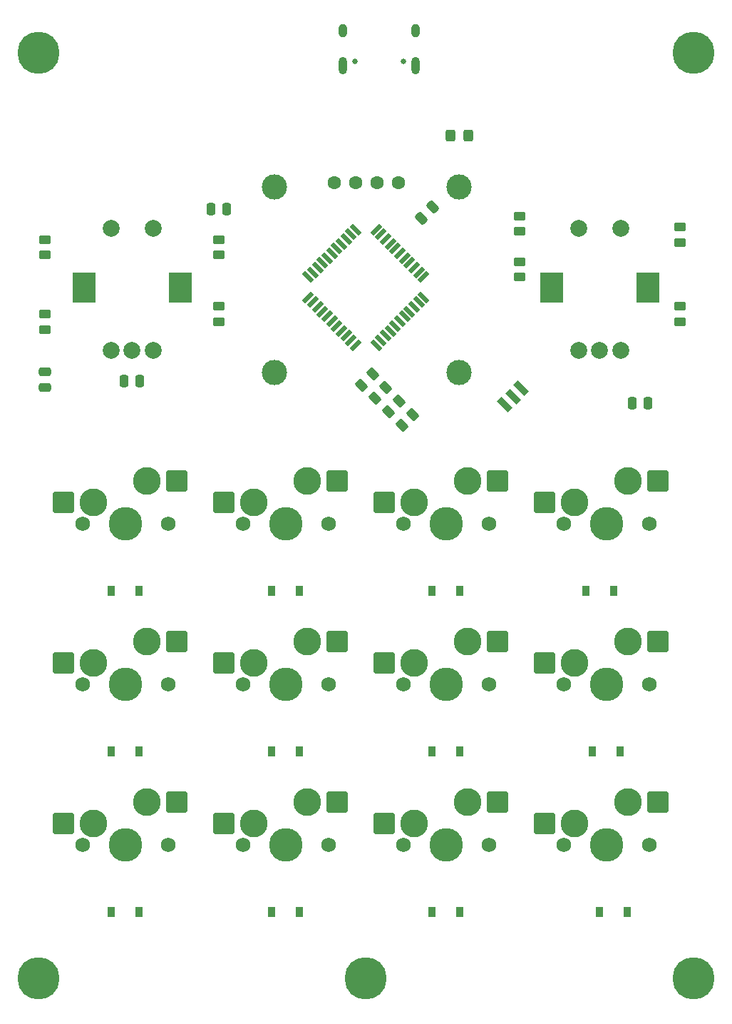
<source format=gbr>
%TF.GenerationSoftware,KiCad,Pcbnew,(6.0.9)*%
%TF.CreationDate,2022-12-04T20:55:25-04:00*%
%TF.ProjectId,pika-board,70696b61-2d62-46f6-9172-642e6b696361,rev?*%
%TF.SameCoordinates,Original*%
%TF.FileFunction,Soldermask,Bot*%
%TF.FilePolarity,Negative*%
%FSLAX46Y46*%
G04 Gerber Fmt 4.6, Leading zero omitted, Abs format (unit mm)*
G04 Created by KiCad (PCBNEW (6.0.9)) date 2022-12-04 20:55:25*
%MOMM*%
%LPD*%
G01*
G04 APERTURE LIST*
G04 Aperture macros list*
%AMRoundRect*
0 Rectangle with rounded corners*
0 $1 Rounding radius*
0 $2 $3 $4 $5 $6 $7 $8 $9 X,Y pos of 4 corners*
0 Add a 4 corners polygon primitive as box body*
4,1,4,$2,$3,$4,$5,$6,$7,$8,$9,$2,$3,0*
0 Add four circle primitives for the rounded corners*
1,1,$1+$1,$2,$3*
1,1,$1+$1,$4,$5*
1,1,$1+$1,$6,$7*
1,1,$1+$1,$8,$9*
0 Add four rect primitives between the rounded corners*
20,1,$1+$1,$2,$3,$4,$5,0*
20,1,$1+$1,$4,$5,$6,$7,0*
20,1,$1+$1,$6,$7,$8,$9,0*
20,1,$1+$1,$8,$9,$2,$3,0*%
%AMRotRect*
0 Rectangle, with rotation*
0 The origin of the aperture is its center*
0 $1 length*
0 $2 width*
0 $3 Rotation angle, in degrees counterclockwise*
0 Add horizontal line*
21,1,$1,$2,0,0,$3*%
G04 Aperture macros list end*
%ADD10C,2.000000*%
%ADD11R,2.800000X3.600000*%
%ADD12C,0.800000*%
%ADD13C,5.000000*%
%ADD14C,3.000000*%
%ADD15C,1.600000*%
%ADD16C,0.650000*%
%ADD17O,1.000000X1.600000*%
%ADD18O,1.000000X2.100000*%
%ADD19R,0.900000X1.200000*%
%ADD20C,3.987800*%
%ADD21C,1.750000*%
%ADD22C,3.300000*%
%ADD23RoundRect,0.250000X1.025000X1.000000X-1.025000X1.000000X-1.025000X-1.000000X1.025000X-1.000000X0*%
%ADD24RotRect,0.739500X1.900000X45.000000*%
%ADD25RoundRect,0.250000X-0.450000X0.262500X-0.450000X-0.262500X0.450000X-0.262500X0.450000X0.262500X0*%
%ADD26RoundRect,0.250000X-0.325000X-0.450000X0.325000X-0.450000X0.325000X0.450000X-0.325000X0.450000X0*%
%ADD27RoundRect,0.250000X0.475000X-0.250000X0.475000X0.250000X-0.475000X0.250000X-0.475000X-0.250000X0*%
%ADD28RoundRect,0.250000X0.250000X0.475000X-0.250000X0.475000X-0.250000X-0.475000X0.250000X-0.475000X0*%
%ADD29RoundRect,0.250000X-0.132583X0.503814X-0.503814X0.132583X0.132583X-0.503814X0.503814X-0.132583X0*%
%ADD30RotRect,1.500000X0.550000X225.000000*%
%ADD31RotRect,1.500000X0.550000X135.000000*%
%ADD32RoundRect,0.250000X0.450000X-0.262500X0.450000X0.262500X-0.450000X0.262500X-0.450000X-0.262500X0*%
%ADD33RoundRect,0.250000X-0.250000X-0.475000X0.250000X-0.475000X0.250000X0.475000X-0.250000X0.475000X0*%
%ADD34RoundRect,0.250000X0.159099X-0.512652X0.512652X-0.159099X-0.159099X0.512652X-0.512652X0.159099X0*%
G04 APERTURE END LIST*
D10*
%TO.C,S2*%
X96718750Y-76887500D03*
X101718750Y-76887500D03*
D11*
X104918750Y-83887500D03*
X93518750Y-83887500D03*
D10*
X96718750Y-91387500D03*
X101718750Y-91387500D03*
X99218750Y-91387500D03*
%TD*%
%TO.C,S1*%
X41156250Y-76887500D03*
X46156250Y-76887500D03*
D11*
X37956250Y-83887500D03*
X49356250Y-83887500D03*
D10*
X41156250Y-91387500D03*
X46156250Y-91387500D03*
X43656250Y-91387500D03*
%TD*%
D12*
%TO.C,H3*%
X109005425Y-164567925D03*
X109005425Y-167219575D03*
X110331250Y-164018750D03*
X111657075Y-164567925D03*
X108456250Y-165893750D03*
X112206250Y-165893750D03*
X111657075Y-167219575D03*
X110331250Y-167768750D03*
D13*
X110331250Y-165893750D03*
%TD*%
D12*
%TO.C,H5*%
X71437500Y-164018750D03*
X70111675Y-167219575D03*
D13*
X71437500Y-165893750D03*
D12*
X72763325Y-164567925D03*
X72763325Y-167219575D03*
X69562500Y-165893750D03*
X71437500Y-167768750D03*
X70111675Y-164567925D03*
X73312500Y-165893750D03*
%TD*%
D14*
%TO.C,U3*%
X82532500Y-71986896D03*
X82532500Y-93986896D03*
X60532500Y-71986896D03*
X60532500Y-93986896D03*
D15*
X67722500Y-71486896D03*
X70262500Y-71486896D03*
X72802500Y-71486896D03*
X75342500Y-71486896D03*
%TD*%
D12*
%TO.C,H1*%
X31217925Y-164567925D03*
X34418750Y-165893750D03*
X30668750Y-165893750D03*
X33869575Y-167219575D03*
X32543750Y-164018750D03*
X33869575Y-164567925D03*
D13*
X32543750Y-165893750D03*
D12*
X32543750Y-167768750D03*
X31217925Y-167219575D03*
%TD*%
%TO.C,H4*%
X109005425Y-54768571D03*
X110331250Y-54219396D03*
X108456250Y-56094396D03*
X111657075Y-54768571D03*
D13*
X110331250Y-56094396D03*
D12*
X111657075Y-57420221D03*
X112206250Y-56094396D03*
X110331250Y-57969396D03*
X109005425Y-57420221D03*
%TD*%
%TO.C,H2*%
X34418750Y-56094396D03*
X32543750Y-57969396D03*
X33869575Y-54768571D03*
X30668750Y-56094396D03*
X33869575Y-57420221D03*
X31217925Y-54768571D03*
X31217925Y-57420221D03*
X32543750Y-54219396D03*
D13*
X32543750Y-56094396D03*
%TD*%
D16*
%TO.C,J1*%
X70135000Y-57111896D03*
X75915000Y-57111896D03*
D17*
X68705000Y-53431896D03*
X77345000Y-53431896D03*
D18*
X77345000Y-57611896D03*
X68705000Y-57611896D03*
%TD*%
D19*
%TO.C,D10*%
X100868750Y-119856250D03*
X97568750Y-119856250D03*
%TD*%
D20*
%TO.C,SW11*%
X100012500Y-130968750D03*
D21*
X105092500Y-130968750D03*
X94932500Y-130968750D03*
D22*
X96202500Y-128428750D03*
D23*
X92652500Y-128428750D03*
D22*
X102552500Y-125888750D03*
D23*
X106102500Y-125888750D03*
%TD*%
D19*
%TO.C,D7*%
X82612500Y-119856250D03*
X79312500Y-119856250D03*
%TD*%
%TO.C,D6*%
X63562500Y-157956250D03*
X60262500Y-157956250D03*
%TD*%
D24*
%TO.C,Y1*%
X87904217Y-97833283D03*
X88900000Y-96837500D03*
X89895783Y-95841717D03*
%TD*%
D25*
%TO.C,R11*%
X53975000Y-78200646D03*
X53975000Y-80025646D03*
%TD*%
D21*
%TO.C,SW6*%
X66992500Y-150018750D03*
D20*
X61912500Y-150018750D03*
D21*
X56832500Y-150018750D03*
D22*
X58102500Y-147478750D03*
D23*
X54552500Y-147478750D03*
D22*
X64452500Y-144938750D03*
D23*
X68002500Y-144938750D03*
%TD*%
D26*
%TO.C,F1*%
X81525000Y-65881250D03*
X83575000Y-65881250D03*
%TD*%
D19*
%TO.C,D12*%
X102456250Y-157956250D03*
X99156250Y-157956250D03*
%TD*%
D27*
%TO.C,C1*%
X33337500Y-95781896D03*
X33337500Y-93881896D03*
%TD*%
D19*
%TO.C,D1*%
X44512500Y-119856250D03*
X41212500Y-119856250D03*
%TD*%
D20*
%TO.C,SW2*%
X42862500Y-130968750D03*
D21*
X37782500Y-130968750D03*
X47942500Y-130968750D03*
D23*
X35502500Y-128428750D03*
D22*
X39052500Y-128428750D03*
D23*
X48952500Y-125888750D03*
D22*
X45402500Y-125888750D03*
%TD*%
D19*
%TO.C,D3*%
X44512500Y-157956250D03*
X41212500Y-157956250D03*
%TD*%
D28*
%TO.C,C5*%
X54925000Y-74612500D03*
X53025000Y-74612500D03*
%TD*%
D25*
%TO.C,R15*%
X108743750Y-76731896D03*
X108743750Y-78556896D03*
%TD*%
D19*
%TO.C,D8*%
X82612500Y-138906250D03*
X79312500Y-138906250D03*
%TD*%
D20*
%TO.C,SW7*%
X80962500Y-111918750D03*
D21*
X86042500Y-111918750D03*
X75882500Y-111918750D03*
D23*
X73602500Y-109378750D03*
D22*
X77152500Y-109378750D03*
X83502500Y-106838750D03*
D23*
X87052500Y-106838750D03*
%TD*%
D29*
%TO.C,R10*%
X76993750Y-98956896D03*
X75703280Y-100247366D03*
%TD*%
D19*
%TO.C,D4*%
X63562500Y-119856250D03*
X60262500Y-119856250D03*
%TD*%
D21*
%TO.C,SW4*%
X66992500Y-111918750D03*
D20*
X61912500Y-111918750D03*
D21*
X56832500Y-111918750D03*
D23*
X54552500Y-109378750D03*
D22*
X58102500Y-109378750D03*
D23*
X68002500Y-106838750D03*
D22*
X64452500Y-106838750D03*
%TD*%
D19*
%TO.C,D9*%
X82612500Y-157956250D03*
X79312500Y-157956250D03*
%TD*%
D20*
%TO.C,SW9*%
X80962500Y-150018750D03*
D21*
X86042500Y-150018750D03*
X75882500Y-150018750D03*
D22*
X77152500Y-147478750D03*
D23*
X73602500Y-147478750D03*
D22*
X83502500Y-144938750D03*
D23*
X87052500Y-144938750D03*
%TD*%
D21*
%TO.C,SW8*%
X86042500Y-130968750D03*
D20*
X80962500Y-130968750D03*
D21*
X75882500Y-130968750D03*
D22*
X77152500Y-128428750D03*
D23*
X73602500Y-128428750D03*
X87052500Y-125888750D03*
D22*
X83502500Y-125888750D03*
%TD*%
D30*
%TO.C,U2*%
X72639582Y-77016710D03*
X73205267Y-77582396D03*
X73770952Y-78148081D03*
X74336638Y-78713766D03*
X74902323Y-79279452D03*
X75468009Y-79845137D03*
X76033694Y-80410823D03*
X76599380Y-80976508D03*
X77165065Y-81542194D03*
X77730750Y-82107879D03*
X78296436Y-82673564D03*
D31*
X78296436Y-85077728D03*
X77730750Y-85643413D03*
X77165065Y-86209098D03*
X76599380Y-86774784D03*
X76033694Y-87340469D03*
X75468009Y-87906155D03*
X74902323Y-88471840D03*
X74336638Y-89037526D03*
X73770952Y-89603211D03*
X73205267Y-90168896D03*
X72639582Y-90734582D03*
D30*
X70235418Y-90734582D03*
X69669733Y-90168896D03*
X69104048Y-89603211D03*
X68538362Y-89037526D03*
X67972677Y-88471840D03*
X67406991Y-87906155D03*
X66841306Y-87340469D03*
X66275620Y-86774784D03*
X65709935Y-86209098D03*
X65144250Y-85643413D03*
X64578564Y-85077728D03*
D31*
X64578564Y-82673564D03*
X65144250Y-82107879D03*
X65709935Y-81542194D03*
X66275620Y-80976508D03*
X66841306Y-80410823D03*
X67406991Y-79845137D03*
X67972677Y-79279452D03*
X68538362Y-78713766D03*
X69104048Y-78148081D03*
X69669733Y-77582396D03*
X70235418Y-77016710D03*
%TD*%
D32*
%TO.C,R13*%
X89693750Y-82668750D03*
X89693750Y-80843750D03*
%TD*%
D28*
%TO.C,C4*%
X104931250Y-97631250D03*
X103031250Y-97631250D03*
%TD*%
D29*
%TO.C,R1*%
X72231250Y-94194396D03*
X70940780Y-95484866D03*
%TD*%
D20*
%TO.C,SW1*%
X42862500Y-111918750D03*
D21*
X37782500Y-111918750D03*
X47942500Y-111918750D03*
D22*
X39052500Y-109378750D03*
D23*
X35502500Y-109378750D03*
X48952500Y-106838750D03*
D22*
X45402500Y-106838750D03*
%TD*%
D29*
%TO.C,R7*%
X75406250Y-97369396D03*
X74115780Y-98659866D03*
%TD*%
D21*
%TO.C,SW5*%
X66992500Y-130968750D03*
D20*
X61912500Y-130968750D03*
D21*
X56832500Y-130968750D03*
D23*
X54552500Y-128428750D03*
D22*
X58102500Y-128428750D03*
D23*
X68002500Y-125888750D03*
D22*
X64452500Y-125888750D03*
%TD*%
D32*
%TO.C,R6*%
X33337500Y-80025646D03*
X33337500Y-78200646D03*
%TD*%
D19*
%TO.C,D2*%
X44512500Y-138906250D03*
X41212500Y-138906250D03*
%TD*%
D21*
%TO.C,SW12*%
X94932500Y-150018750D03*
X105092500Y-150018750D03*
D20*
X100012500Y-150018750D03*
D22*
X96202500Y-147478750D03*
D23*
X92652500Y-147478750D03*
X106102500Y-144938750D03*
D22*
X102552500Y-144938750D03*
%TD*%
D32*
%TO.C,R5*%
X33337500Y-88875646D03*
X33337500Y-87050646D03*
%TD*%
D19*
%TO.C,D11*%
X101662500Y-138906250D03*
X98362500Y-138906250D03*
%TD*%
D33*
%TO.C,C2*%
X42706250Y-94988146D03*
X44606250Y-94988146D03*
%TD*%
D32*
%TO.C,R14*%
X89693750Y-77231250D03*
X89693750Y-75406250D03*
%TD*%
D20*
%TO.C,SW10*%
X100012500Y-111918750D03*
D21*
X105092500Y-111918750D03*
X94932500Y-111918750D03*
D23*
X92652500Y-109378750D03*
D22*
X96202500Y-109378750D03*
X102552500Y-106838750D03*
D23*
X106102500Y-106838750D03*
%TD*%
D25*
%TO.C,R16*%
X108743750Y-86138146D03*
X108743750Y-87963146D03*
%TD*%
D21*
%TO.C,SW3*%
X47942500Y-150018750D03*
X37782500Y-150018750D03*
D20*
X42862500Y-150018750D03*
D22*
X39052500Y-147478750D03*
D23*
X35502500Y-147478750D03*
X48952500Y-144938750D03*
D22*
X45402500Y-144938750D03*
%TD*%
D34*
%TO.C,C6*%
X78031498Y-75694148D03*
X79375000Y-74350646D03*
%TD*%
D19*
%TO.C,D5*%
X63562500Y-138906250D03*
X60262500Y-138906250D03*
%TD*%
D25*
%TO.C,R12*%
X53975000Y-86138146D03*
X53975000Y-87963146D03*
%TD*%
D29*
%TO.C,R2*%
X73818750Y-95781896D03*
X72528280Y-97072366D03*
%TD*%
M02*

</source>
